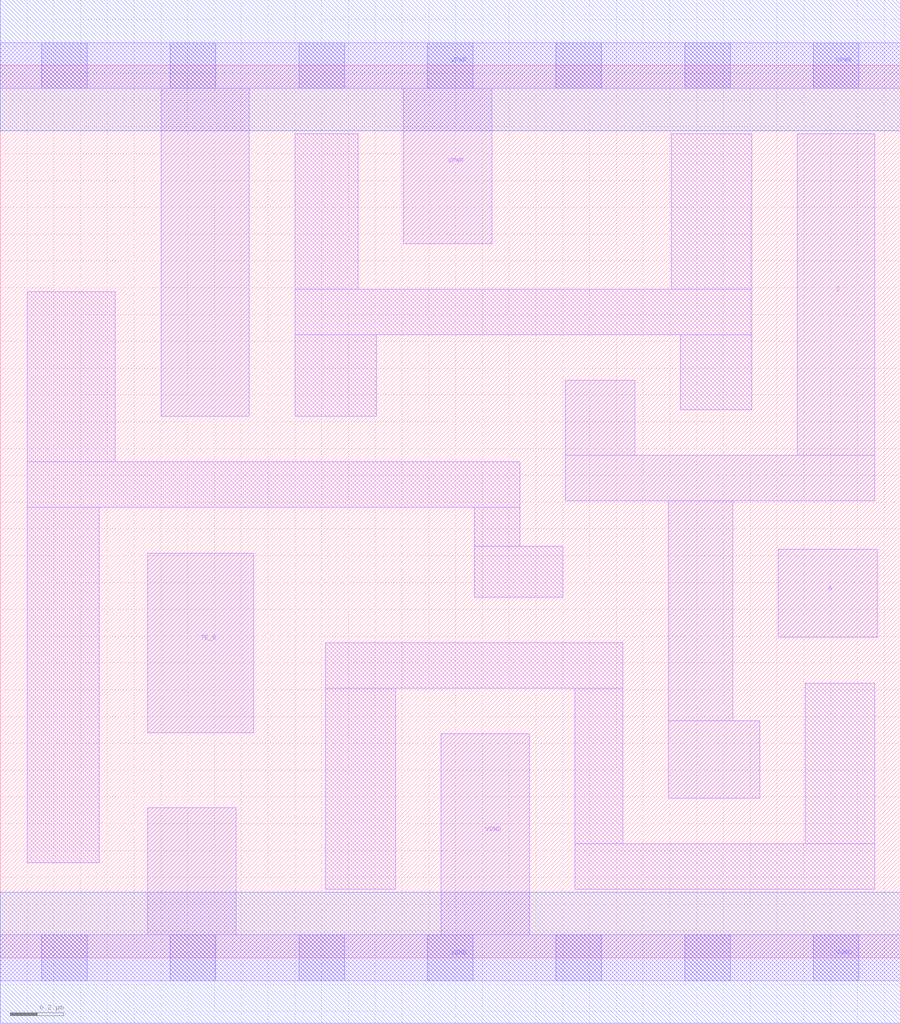
<source format=lef>
# Copyright 2020 The SkyWater PDK Authors
#
# Licensed under the Apache License, Version 2.0 (the "License");
# you may not use this file except in compliance with the License.
# You may obtain a copy of the License at
#
#     https://www.apache.org/licenses/LICENSE-2.0
#
# Unless required by applicable law or agreed to in writing, software
# distributed under the License is distributed on an "AS IS" BASIS,
# WITHOUT WARRANTIES OR CONDITIONS OF ANY KIND, either express or implied.
# See the License for the specific language governing permissions and
# limitations under the License.
#
# SPDX-License-Identifier: Apache-2.0

VERSION 5.7 ;
  NAMESCASESENSITIVE ON ;
  NOWIREEXTENSIONATPIN ON ;
  DIVIDERCHAR "/" ;
  BUSBITCHARS "[]" ;
UNITS
  DATABASE MICRONS 200 ;
END UNITS
MACRO sky130_fd_sc_lp__einvn_2
  CLASS CORE ;
  SOURCE USER ;
  FOREIGN sky130_fd_sc_lp__einvn_2 ;
  ORIGIN  0.000000  0.000000 ;
  SIZE  3.360000 BY  3.330000 ;
  SYMMETRY X Y R90 ;
  SITE unit ;
  PIN A
    ANTENNAGATEAREA  0.630000 ;
    DIRECTION INPUT ;
    USE SIGNAL ;
    PORT
      LAYER li1 ;
        RECT 2.905000 1.195000 3.275000 1.525000 ;
    END
  END A
  PIN TE_B
    ANTENNAGATEAREA  0.537000 ;
    DIRECTION INPUT ;
    USE SIGNAL ;
    PORT
      LAYER li1 ;
        RECT 0.550000 0.840000 0.945000 1.510000 ;
    END
  END TE_B
  PIN Z
    ANTENNADIFFAREA  0.903000 ;
    DIRECTION OUTPUT ;
    USE SIGNAL ;
    PORT
      LAYER li1 ;
        RECT 2.110000 1.705000 3.265000 1.875000 ;
        RECT 2.110000 1.875000 2.370000 2.155000 ;
        RECT 2.495000 0.595000 2.835000 0.885000 ;
        RECT 2.495000 0.885000 2.735000 1.705000 ;
        RECT 2.975000 1.875000 3.265000 3.075000 ;
    END
  END Z
  PIN VGND
    DIRECTION INOUT ;
    USE GROUND ;
    PORT
      LAYER li1 ;
        RECT 0.000000 -0.085000 3.360000 0.085000 ;
        RECT 0.550000  0.085000 0.880000 0.560000 ;
        RECT 1.645000  0.085000 1.975000 0.835000 ;
      LAYER mcon ;
        RECT 0.155000 -0.085000 0.325000 0.085000 ;
        RECT 0.635000 -0.085000 0.805000 0.085000 ;
        RECT 1.115000 -0.085000 1.285000 0.085000 ;
        RECT 1.595000 -0.085000 1.765000 0.085000 ;
        RECT 2.075000 -0.085000 2.245000 0.085000 ;
        RECT 2.555000 -0.085000 2.725000 0.085000 ;
        RECT 3.035000 -0.085000 3.205000 0.085000 ;
      LAYER met1 ;
        RECT 0.000000 -0.245000 3.360000 0.245000 ;
    END
  END VGND
  PIN VPWR
    DIRECTION INOUT ;
    USE POWER ;
    PORT
      LAYER li1 ;
        RECT 0.000000 3.245000 3.360000 3.415000 ;
        RECT 0.600000 2.020000 0.930000 3.245000 ;
        RECT 1.505000 2.665000 1.835000 3.245000 ;
      LAYER mcon ;
        RECT 0.155000 3.245000 0.325000 3.415000 ;
        RECT 0.635000 3.245000 0.805000 3.415000 ;
        RECT 1.115000 3.245000 1.285000 3.415000 ;
        RECT 1.595000 3.245000 1.765000 3.415000 ;
        RECT 2.075000 3.245000 2.245000 3.415000 ;
        RECT 2.555000 3.245000 2.725000 3.415000 ;
        RECT 3.035000 3.245000 3.205000 3.415000 ;
      LAYER met1 ;
        RECT 0.000000 3.085000 3.360000 3.575000 ;
    END
  END VPWR
  OBS
    LAYER li1 ;
      RECT 0.100000 0.355000 0.370000 1.680000 ;
      RECT 0.100000 1.680000 1.940000 1.850000 ;
      RECT 0.100000 1.850000 0.430000 2.485000 ;
      RECT 1.100000 2.020000 1.405000 2.325000 ;
      RECT 1.100000 2.325000 2.805000 2.495000 ;
      RECT 1.100000 2.495000 1.335000 3.075000 ;
      RECT 1.215000 0.255000 1.475000 1.005000 ;
      RECT 1.215000 1.005000 2.325000 1.175000 ;
      RECT 1.770000 1.345000 2.100000 1.535000 ;
      RECT 1.770000 1.535000 1.940000 1.680000 ;
      RECT 2.145000 0.255000 3.265000 0.425000 ;
      RECT 2.145000 0.425000 2.325000 1.005000 ;
      RECT 2.505000 2.495000 2.805000 3.075000 ;
      RECT 2.540000 2.045000 2.805000 2.325000 ;
      RECT 3.005000 0.425000 3.265000 1.025000 ;
  END
END sky130_fd_sc_lp__einvn_2

</source>
